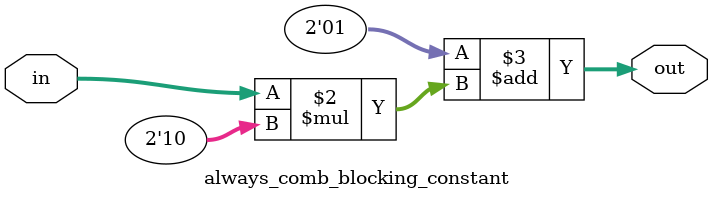
<source format=sv>
module always_comb_blocking_constant (input bit [1:0] in, output bit [3:0] out);
always_comb
    out = 2'd1 + in * 2'd2 ;
endmodule
</source>
